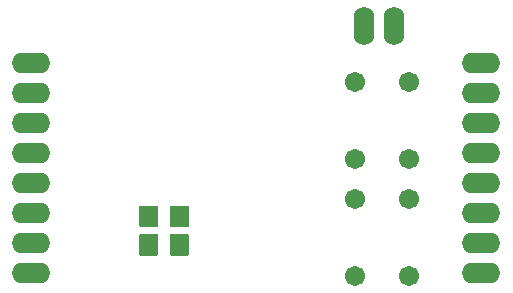
<source format=gbr>
%TF.GenerationSoftware,KiCad,Pcbnew,(5.1.10)-1*%
%TF.CreationDate,2022-10-31T01:55:02+09:00*%
%TF.ProjectId,IM920sL_module,494d3932-3073-44c5-9f6d-6f64756c652e,rev?*%
%TF.SameCoordinates,Original*%
%TF.FileFunction,Soldermask,Bot*%
%TF.FilePolarity,Negative*%
%FSLAX46Y46*%
G04 Gerber Fmt 4.6, Leading zero omitted, Abs format (unit mm)*
G04 Created by KiCad (PCBNEW (5.1.10)-1) date 2022-10-31 01:55:02*
%MOMM*%
%LPD*%
G01*
G04 APERTURE LIST*
%ADD10O,3.251200X1.727200*%
%ADD11O,1.727200X3.251200*%
%ADD12C,1.711200*%
G04 APERTURE END LIST*
D10*
%TO.C,JP1*%
X129300612Y-114363600D03*
X129300612Y-111823600D03*
X129300612Y-109283600D03*
X129300612Y-106743600D03*
X129300612Y-104203600D03*
X129300612Y-101663600D03*
X129300612Y-99123600D03*
X129300612Y-96583600D03*
%TD*%
%TO.C,JP2*%
X167400612Y-114363600D03*
X167400612Y-111823600D03*
X167400612Y-109283600D03*
X167400612Y-106743600D03*
X167400612Y-104203600D03*
X167400612Y-101663600D03*
X167400612Y-99123600D03*
X167400612Y-96583600D03*
%TD*%
D11*
%TO.C,AD_MODE1*%
X160020612Y-93423600D03*
X157480612Y-93423600D03*
%TD*%
%TO.C,R2*%
G36*
G01*
X140031600Y-108734999D02*
X140031600Y-110385001D01*
G75*
G02*
X139930001Y-110486600I-101599J0D01*
G01*
X138529999Y-110486600D01*
G75*
G02*
X138428400Y-110385001I0J101599D01*
G01*
X138428400Y-108734999D01*
G75*
G02*
X138529999Y-108633400I101599J0D01*
G01*
X139930001Y-108633400D01*
G75*
G02*
X140031600Y-108734999I0J-101599D01*
G01*
G37*
G36*
G01*
X142631600Y-108734999D02*
X142631600Y-110385001D01*
G75*
G02*
X142530001Y-110486600I-101599J0D01*
G01*
X141129999Y-110486600D01*
G75*
G02*
X141028400Y-110385001I0J101599D01*
G01*
X141028400Y-108734999D01*
G75*
G02*
X141129999Y-108633400I101599J0D01*
G01*
X142530001Y-108633400D01*
G75*
G02*
X142631600Y-108734999I0J-101599D01*
G01*
G37*
%TD*%
%TO.C,R3*%
G36*
G01*
X140031600Y-111134999D02*
X140031600Y-112785001D01*
G75*
G02*
X139930001Y-112886600I-101599J0D01*
G01*
X138529999Y-112886600D01*
G75*
G02*
X138428400Y-112785001I0J101599D01*
G01*
X138428400Y-111134999D01*
G75*
G02*
X138529999Y-111033400I101599J0D01*
G01*
X139930001Y-111033400D01*
G75*
G02*
X140031600Y-111134999I0J-101599D01*
G01*
G37*
G36*
G01*
X142631600Y-111134999D02*
X142631600Y-112785001D01*
G75*
G02*
X142530001Y-112886600I-101599J0D01*
G01*
X141129999Y-112886600D01*
G75*
G02*
X141028400Y-112785001I0J101599D01*
G01*
X141028400Y-111134999D01*
G75*
G02*
X141129999Y-111033400I101599J0D01*
G01*
X142530001Y-111033400D01*
G75*
G02*
X142631600Y-111134999I0J-101599D01*
G01*
G37*
%TD*%
D12*
%TO.C,SW1*%
X156730612Y-104693600D03*
X156730612Y-98193600D03*
X161230612Y-104693600D03*
X161230612Y-98193600D03*
%TD*%
%TO.C,SW2*%
X156730612Y-114593600D03*
X156730612Y-108093600D03*
X161230612Y-114593600D03*
X161230612Y-108093600D03*
%TD*%
M02*

</source>
